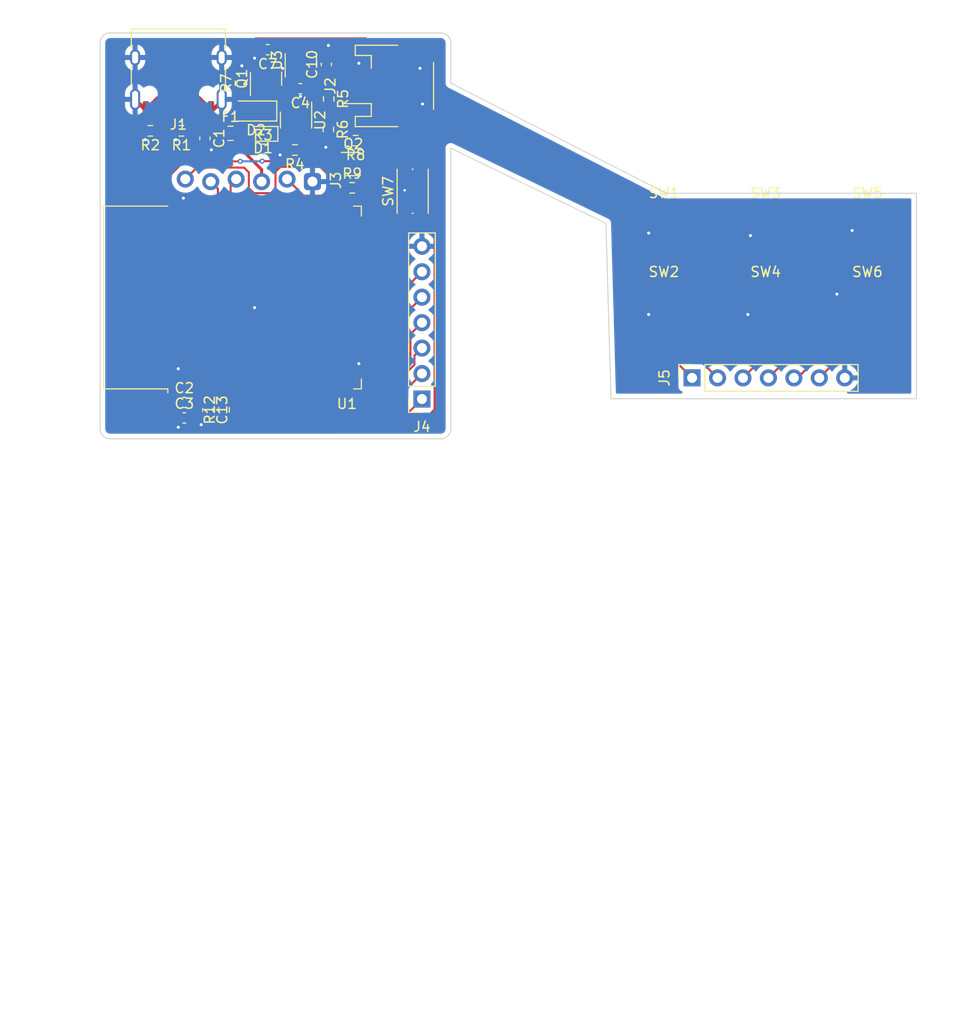
<source format=kicad_pcb>
(kicad_pcb (version 20210824) (generator pcbnew)
  (layers (0 "F.Cu" signal) (31 "B.Cu" signal) (34 "B.Paste" user) (35 "F.Paste" user) (36 "B.SilkS" user "B.Silkscreen") (37 "F.SilkS" user "F.Silkscreen") (38 "B.Mask" user) (39 "F.Mask" user) (44 "Edge.Cuts" user))
  (net 0 "")
  (net 1 "Net-(C1-Pad1)")
  (net 2 "GND")
  (net 3 "+3V3")
  (net 4 "+BATT")
  (net 5 "Net-(C7-Pad1)")
  (net 6 "/nRESET")
  (net 7 "Net-(D1-Pad1)")
  (net 8 "+5V")
  (net 9 "Net-(J1-PadA5)")
  (net 13 "Net-(J1-PadB5)")
  (net 17 "/RTS")
  (net 18 "/DTR")
  (net 19 "/KEY1")
  (net 20 "/KEY2")
  (net 21 "/KEY3")
  (net 22 "/KEY6")
  (net 23 "Net-(R3-Pad2)")
  (net 24 "Net-(R4-Pad1)")
  (net 25 "/VBAT")
  (net 26 "Net-(R12-Pad2)")
  (net 27 "/KEY5")
  (net 28 "/KEY4")
  (net 50 "/TXD0")
  (net 51 "/RXD0")
  (net 54 "/KEY1_1")
  (net 55 "/KEY2_1")
  (net 56 "/KEY3_1")
  (net 57 "/KEY4_1")
  (net 58 "/KEY5_1")
  (net 59 "/KEY6_1")
  (net 60 "Net-(Q2-Pad5)")
  (net 61 "Net-(Q2-Pad2)")
  (net 62 "/GPIO0")
  (footprint "josh-buttons-switches:Switch_SMT_SKPMAPE010" (layer "F.Cu") (at 215.694 85.598)
    (fp_text reference "SW4")
    (fp_text value "SW_Push")
  )
  (footprint "josh-buttons-switches:Switch_SMT_SKPMAPE010" (layer "F.Cu") (at 225.854 85.598)
    (fp_text reference "SW6")
    (fp_text value "SW_Push")
  )
  (footprint "Capacitor_SMD:C_0603_1608Metric" (layer "F.Cu") (at 160.899678 95.920742)
    (fp_text reference "C3")
    (fp_text value "10u")
  )
  (footprint "Resistor_SMD:R_0603_1608Metric" (layer "F.Cu") (at 168.759678 69.120742)
    (fp_text reference "R3")
    (fp_text value "1K")
  )
  (footprint "Capacitor_SMD:C_0603_1608Metric" (layer "F.Cu") (at 169.234678 59.170742 180)
    (fp_text reference "C7")
    (fp_text value "10u")
  )
  (footprint "Resistor_SMD:R_0603_1608Metric" (layer "F.Cu") (at 164.869678 95.110742 90)
    (fp_text reference "R12")
    (fp_text value "10K")
  )
  (footprint "Resistor_SMD:R_0603_1608Metric" (layer "F.Cu") (at 175.285678 67.130742 -90)
    (fp_text reference "R6")
    (fp_text value "100K")
  )
  (footprint "Resistor_SMD:R_0603_1608Metric" (layer "F.Cu") (at 157.509678 67.270742 180)
    (fp_text reference "R2")
    (fp_text value "5K1")
  )
  (footprint "josh-buttons-switches:Switch_SMT_SKPMAPE010" (layer "F.Cu") (at 225.854 77.724)
    (fp_text reference "SW5")
    (fp_text value "SW_Push")
  )
  (footprint "RF_Module:ESP32-WROOM-32" (layer "F.Cu") (at 168.699678 83.900742 90)
    (fp_text reference "U1")
    (fp_text value "ESP32-WROOM-32")
  )
  (footprint "Capacitor_SMD:C_0603_1608Metric" (layer "F.Cu") (at 172.491678 63.066742 180)
    (fp_text reference "C4")
    (fp_text value "10u")
  )
  (footprint "Resistor_SMD:R_0603_1608Metric" (layer "F.Cu") (at 177.659678 72.960742)
    (fp_text reference "R9")
    (fp_text value "10K")
  )
  (footprint "josh-buttons-switches:SW_Push_KMR2" (layer "F.Cu") (at 183.7 73.3 90)
    (fp_text reference "SW7")
    (fp_text value "SW_Push")
  )
  (footprint "josh-buttons-switches:Switch_SMT_SKPMAPE010" (layer "F.Cu") (at 215.694 77.724)
    (fp_text reference "SW3")
    (fp_text value "SW_Push")
  )
  (footprint "josh-connectors:JST_PH_S2B-PH-SM4-TB_1x02-1MP_P2.00mm_Horizontal" (layer "F.Cu") (at 181.279678 62.790742 90)
    (fp_text reference "J2")
    (fp_text value "Conn_01x02_Male")
  )
  (footprint "josh-buttons-switches:Switch_SMT_SKPMAPE010" (layer "F.Cu") (at 205.534 77.724)
    (fp_text reference "SW1")
    (fp_text value "SW_Push")
  )
  (footprint "Package_TO_SOT_SMD:SOT-23" (layer "F.Cu") (at 172.534678 60.220742 90)
    (fp_text reference "U3")
    (fp_text value "XC6206P332MR")
  )
  (footprint "Package_TO_SOT_SMD:SOT-23-5" (layer "F.Cu") (at 172.059678 66.200742 -90)
    (fp_text reference "U2")
    (fp_text value "MCP73831-5-OT")
  )
  (footprint "Resistor_SMD:R_0603_1608Metric" (layer "F.Cu") (at 160.609678 67.270742 180)
    (fp_text reference "R1")
    (fp_text value "5K1")
  )
  (footprint "josh-connectors:USB_C_Receptacle_HRO_TYPE-C-31-M-12" (layer "F.Cu") (at 160.309678 61 180)
    (fp_text reference "J1")
    (fp_text value "USB_C_Receptacle_USB2.0")
  )
  (footprint "Capacitor_SMD:C_0603_1608Metric" (layer "F.Cu") (at 162.959678 68.020742 -90)
    (fp_text reference "C1")
    (fp_text value "10u")
  )
  (footprint "Connector_PinSocket_2.54mm:PinSocket_1x07_P2.54mm_Vertical" (layer "F.Cu") (at 211.602 91.923 90)
    (fp_text reference "J5")
    (fp_text value "Conn_01x07_Male")
  )
  (footprint "Resistor_SMD:R_0603_1608Metric" (layer "F.Cu") (at 171.939678 69.180742 180)
    (fp_text reference "R4")
    (fp_text value "10K")
  )
  (footprint "josh-connectors:6_PIN_THT_Staggered" (layer "F.Cu") (at 173.699678 72.210742 -90)
    (fp_text reference "J3")
    (fp_text value "Conn_01x06_Male")
  )
  (footprint "Capacitor_SMD:C_0603_1608Metric" (layer "F.Cu") (at 175.084678 60.645742 90)
    (fp_text reference "C10")
    (fp_text value "1u")
  )
  (footprint "Capacitor_SMD:C_0603_1608Metric" (layer "F.Cu") (at 163.249678 95.120742 -90)
    (fp_text reference "C13")
    (fp_text value "1u")
  )
  (footprint "Package_TO_SOT_SMD:SOT-363_SC-70-6" (layer "F.Cu") (at 177.769678 70.580742)
    (fp_text reference "Q2")
    (fp_text value "MBT3904DW1")
  )
  (footprint "Diode_SMD:D_SOD-123F" (layer "F.Cu") (at 167.934678 65.295742 180)
    (fp_text reference "D2")
    (fp_text value "D_Schottky")
  )
  (footprint "Resistor_SMD:R_0603_1608Metric" (layer "F.Cu") (at 175.319678 64.082742 -90)
    (fp_text reference "R5")
    (fp_text value "100K")
  )
  (footprint "Package_TO_SOT_SMD:SOT-23" (layer "F.Cu") (at 169.059678 62.070742 90)
    (fp_text reference "Q1")
    (fp_text value "A03401A")
  )
  (footprint "Connector_PinSocket_2.54mm:PinSocket_1x07_P2.54mm_Vertical" (layer "F.Cu") (at 184.629678 94.030742 180)
    (fp_text reference "J4")
    (fp_text value "Conn_01x07_Male")
  )
  (footprint "Fuse:Fuse_0805_2012Metric" (layer "F.Cu") (at 165.509678 67.520742)
    (fp_text reference "F1")
    (fp_text value "500mA")
  )
  (footprint "Resistor_SMD:R_0603_1608Metric" (layer "F.Cu") (at 178.009678 68.250742 180)
    (fp_text reference "R8")
    (fp_text value "10K")
  )
  (footprint "LED_SMD:LED_0603_1608Metric" (layer "F.Cu") (at 168.759678 67.570742 180)
    (fp_text reference "D1")
    (fp_text value "LED")
  )
  (footprint "Capacitor_SMD:C_0603_1608Metric" (layer "F.Cu") (at 160.899678 94.370742)
    (fp_text reference "C2")
    (fp_text value "100n")
  )
  (footprint "josh-buttons-switches:Switch_SMT_SKPMAPE010" (layer "F.Cu") (at 205.534 85.598)
    (fp_text reference "SW2")
    (fp_text value "SW_Push")
  )
  (footprint "Resistor_SMD:R_0603_1608Metric" (layer "F.Cu") (at 166.509678 62.520742 90)
    (fp_text reference "R7")
    (fp_text value "100K")
  )
  (gr_line (start 153.5 98.002187) (end 186.5 97.997813) (layer "Edge.Cuts") (width 0.1))
  (gr_line (start 187.5 69) (end 187.5 97) (layer "Edge.Cuts") (width 0.1))
  (gr_line (start 203 76.5) (end 203.5 94) (layer "Edge.Cuts") (width 0.1))
  (gr_line (start 152.5 97) (end 152.5 58.5) (layer "Edge.Cuts") (width 0.1))
  (gr_line (start 187.5 62.5) (end 187.5 58.5) (layer "Edge.Cuts") (width 0.1))
  (gr_line (start 234 94) (end 203.5 94) (layer "Edge.Cuts") (width 0.1))
  (gr_line (start 153.5 57.5) (end 186.5 57.5) (layer "Edge.Cuts") (width 0.1))
  (gr_arc (start 186.5 58.5) (end 186.5 57.5) (angle 90) (layer "Edge.Cuts") (width 0.1))
  (gr_arc (start 186.5 97) (end 187.5 97) (angle 90) (layer "Edge.Cuts") (width 0.1))
  (gr_arc (start 153.5 97) (end 152.5 97) (angle -90) (layer "Edge.Cuts") (width 0.1))
  (gr_arc (start 153.5 58.5) (end 152.5 58.5) (angle 90) (layer "Edge.Cuts") (width 0.1))
  (gr_line (start 209 73.5) (end 234 73.5) (layer "Edge.Cuts") (width 0.1))
  (gr_line (start 187.5 69) (end 203 76.5) (layer "Edge.Cuts") (width 0.1))
  (gr_line (start 234 73.5) (end 234 94) (layer "Edge.Cuts") (width 0.1))
  (gr_line (start 187.5 62.5) (end 209 73.5) (layer "Edge.Cuts") (width 0.1))
  (segment (start 162.759678 64.32) (end 162.759678 65.045) (width 0.3) (layer "F.Cu") (net 1))
  (segment (start 164.209678 66.470742) (end 162.759678 66.470742) (width 0.3) (layer "F.Cu") (net 1))
  (segment (start 164.572178 66.833242) (end 164.209678 66.470742) (width 0.3) (layer "F.Cu") (net 1))
  (segment (start 157.859678 65.045) (end 157.859678 64.32) (width 0.3) (layer "F.Cu") (net 1))
  (segment (start 162.759678 65.045) (end 162.759678 66.470742) (width 0.3) (layer "F.Cu") (net 1))
  (segment (start 162.759678 66.470742) (end 162.759678 67.045742) (width 0.3) (layer "F.Cu") (net 1))
  (segment (start 164.572178 67.520742) (end 164.572178 66.833242) (width 0.3) (layer "F.Cu") (net 1))
  (segment (start 158.209198 63.97048) (end 162.410158 63.97048) (width 0.3) (layer "F.Cu") (net 1))
  (segment (start 157.859678 64.32) (end 158.209198 63.97048) (width 0.3) (layer "F.Cu") (net 1))
  (segment (start 162.410158 63.97048) (end 162.759678 64.32) (width 0.3) (layer "F.Cu") (net 1))
  (segment (start 162.759678 67.045742) (end 162.959678 67.245742) (width 0.3) (layer "F.Cu") (net 1))
  (segment (start 159.784678 67.270742) (end 159.784678 67.885742) (width 0.3) (layer "F.Cu") (net 2))
  (segment (start 173.266678 63.066742) (end 173.253678 63.066742) (width 0.3) (layer "F.Cu") (net 2))
  (segment (start 227.076 77.724) (end 227.584 77.216) (width 0.3) (layer "F.Cu") (net 2))
  (segment (start 175.285678 67.955742) (end 175.031678 68.209742) (width 0.3) (layer "F.Cu") (net 2))
  (segment (start 225.854 83.772) (end 226.06 83.566) (width 0.3) (layer "F.Cu") (net 2))
  (segment (start 160.444678 75.400742) (end 160.444678 74.351742) (width 0.3) (layer "F.Cu") (net 2))
  (segment (start 160.444678 91.151742) (end 160.299678 91.006742) (width 0.3) (layer "F.Cu") (net 2))
  (segment (start 190.390742 66.140742) (end 194.25 70) (width 0.3) (layer "F.Cu") (net 2))
  (segment (start 155.989678 64.13) (end 155.989678 59.95) (width 0.3) (layer "F.Cu") (net 2))
  (segment (start 184.179678 65.094742) (end 184.683678 64.590742) (width 0.3) (layer "F.Cu") (net 2))
  (segment (start 156.684678 67.270742) (end 156.684678 67.833742) (width 0.3) (layer "F.Cu") (net 2))
  (segment (start 171.584678 61.158242) (end 170.837178 61.158242) (width 0.3) (layer "F.Cu") (net 2))
  (segment (start 175.084678 58.949742) (end 175.285678 58.748742) (width 0.3) (layer "F.Cu") (net 2))
  (segment (start 163.249678 95.895742) (end 163.249678 95.930742) (width 0.3) (layer "F.Cu") (net 2))
  (segment (start 167.919678 59.710742) (end 167.919678 60.018742) (width 0.3) (layer "F.Cu") (net 2))
  (segment (start 155.989678 64.13) (end 156.144678 64.285) (width 0.3) (layer "F.Cu") (net 2))
  (segment (start 163.249678 95.930742) (end 162.585678 96.594742) (width 0.3) (layer "F.Cu") (net 2))
  (segment (start 184.179678 66.140742) (end 190.390742 66.140742) (width 0.3) (layer "F.Cu") (net 2))
  (segment (start 178.429678 61.790742) (end 178.429678 60.622742) (width 0.3) (layer "F.Cu") (net 2))
  (segment (start 164.629678 64.300742) (end 164.629678 64.13) (width 0.4) (layer "F.Cu") (net 2))
  (segment (start 184.179678 66.140742) (end 184.179678 65.094742) (width 0.3) (layer "F.Cu") (net 2))
  (segment (start 156.144678 64.300742) (end 156.888936 65.045) (width 0.4) (layer "F.Cu") (net 2))
  (segment (start 215.694 85.598) (end 217.17 85.598) (width 0.3) (layer "F.Cu") (net 2))
  (segment (start 171.114678 69.180742) (end 170.949678 69.180742) (width 0.3) (layer "F.Cu") (net 2))
  (segment (start 182.9 73.2) (end 182.9 75.35) (width 0.3) (layer "F.Cu") (net 2))
  (segment (start 178.429678 60.622742) (end 178.333678 60.526742) (width 0.3) (layer "F.Cu") (net 2))
  (segment (start 225.854 85.598) (end 225.854 83.772) (width 0.3) (layer "F.Cu") (net 2))
  (segment (start 167.944678 84.900742) (end 167.934678 84.910742) (width 0.3) (layer "F.Cu") (net 2))
  (segment (start 184.179678 59.440742) (end 184.179678 60.784742) (width 0.3) (layer "F.Cu") (net 2))
  (segment (start 172.059678 65.063242) (end 172.059678 64.260742) (width 0.3) (layer "F.Cu") (net 2))
  (segment (start 177.954678 90.119742) (end 178.333678 90.498742) (width 0.3) (layer "F.Cu") (net 2))
  (segment (start 156.684678 67.833742) (end 156.997678 68.146742) (width 0.3) (layer "F.Cu") (net 2))
  (segment (start 168.459678 59.170742) (end 167.919678 59.710742) (width 0.3) (layer "F.Cu") (net 2))
  (segment (start 160.444678 94.050742) (end 160.124678 94.370742) (width 0.3) (layer "F.Cu") (net 2))
  (segment (start 170.949678 69.180742) (end 170.459678 69.670742) (width 0.3) (layer "F.Cu") (net 2))
  (segment (start 160.444678 74.351742) (end 160.807678 73.988742) (width 0.3) (layer "F.Cu") (net 2))
  (segment (start 163.559678 65.045) (end 163.714678 65.2) (width 0.3) (layer "F.Cu") (net 2))
  (segment (start 160.124678 95.920742) (end 160.124678 96.673742) (width 0.3) (layer "F.Cu") (net 2))
  (segment (start 215.694 77.724) (end 217.424 77.724) (width 0.3) (layer "F.Cu") (net 2))
  (segment (start 170.837178 61.158242) (end 170.713678 61.034742) (width 0.3) (layer "F.Cu") (net 2))
  (segment (start 159.784678 67.885742) (end 160.045678 68.146742) (width 0.3) (layer "F.Cu") (net 2))
  (segment (start 162.959678 68.795742) (end 163.234678 68.795742) (width 0.3) (layer "F.Cu") (net 2))
  (segment (start 156.144678 64.285) (end 156.144678 64.300742) (width 0.3) (layer "F.Cu") (net 2))
  (segment (start 177.954678 89.615742) (end 177.954678 90.119742) (width 0.3) (layer "F.Cu") (net 2))
  (segment (start 205.534 77.724) (end 207.01 77.724) (width 0.3) (layer "F.Cu") (net 2))
  (segment (start 157.059678 65.045) (end 157.059678 66.895742) (width 0.3) (layer "F.Cu") (net 2))
  (segment (start 175.084678 59.870742) (end 175.084678 58.949742) (width 0.3) (layer "F.Cu") (net 2))
  (segment (start 182.9 71.25) (end 182.9 73.2) (width 0.3) (layer "F.Cu") (net 2))
  (segment (start 156.888936 65.045) (end 157.059678 65.045) (width 0.4) (layer "F.Cu") (net 2))
  (segment (start 160.124678 94.370742) (end 160.124678 95.920742) (width 0.3) (layer "F.Cu") (net 2))
  (segment (start 163.714678 65.2) (end 163.714678 65.215742) (width 0.3) (layer "F.Cu") (net 2))
  (segment (start 197.81 70) (end 205.534 77.724) (width 0.3) (layer "F.Cu") (net 2))
  (segment (start 157.059678 66.895742) (end 156.684678 67.270742) (width 0.3) (layer "F.Cu") (net 2))
  (segment (start 166.509678 61.695742) (end 166.509678 60.920742) (width 0.3) (layer "F.Cu") (net 2))
  (segment (start 207.01 77.724) (end 207.264 77.47) (width 0.3) (layer "F.Cu") (net 2))
  (segment (start 225.854 77.724) (end 227.076 77.724) (width 0.3) (layer "F.Cu") (net 2))
  (segment (start 184.179678 60.784742) (end 184.429678 61.034742) (width 0.3) (layer "F.Cu") (net 2))
  (segment (start 160.124678 96.673742) (end 160.299678 96.848742) (width 0.3) (layer "F.Cu") (net 2))
  (segment (start 164.629678 64.13) (end 164.629678 59.95) (width 0.4) (layer "F.Cu") (net 2))
  (segment (start 166.509678 60.920742) (end 166.649678 60.780742) (width 0.3) (layer "F.Cu") (net 2))
  (segment (start 163.234678 68.795742) (end 163.601678 69.162742) (width 0.3) (layer "F.Cu") (net 2))
  (segment (start 205.534 85.598) (end 207.264 85.598) (width 0.3) (layer "F.Cu") (net 2))
  (segment (start 194.25 70) (end 197.81 70) (width 0.3) (layer "F.Cu") (net 2))
  (segment (start 172.059678 64.260742) (end 172.491678 63.828742) (width 0.3) (layer "F.Cu") (net 2))
  (segment (start 160.444678 92.400742) (end 160.444678 94.050742) (width 0.3) (layer "F.Cu") (net 2))
  (segment (start 175.031678 68.209742) (end 175.031678 68.908742) (width 0.3) (layer "F.Cu") (net 2))
  (segment (start 160.444678 92.400742) (end 160.444678 91.151742) (width 0.3) (layer "F.Cu") (net 2))
  (segment (start 173.253678 63.066742) (end 172.491678 63.828742) (width 0.3) (layer "F.Cu") (net 2))
  (segment (start 163.714678 65.215742) (end 164.629678 64.300742) (width 0.4) (layer "F.Cu") (net 2))
  (segment (start 167.934678 84.910742) (end 167.919678 84.910742) (width 0.3) (layer "F.Cu") (net 2))
  (via (at 226.06 83.566) (size 0.6) (drill 0.3) (layers "F.Cu" "B.Cu") (net 2))
  (via (at 182.9 73.2) (size 0.5) (drill 0.25) (layers "F.Cu" "B.Cu") (net 2))
  (via (at 217.424 77.724) (size 0.6) (drill 0.3) (layers "F.Cu" "B.Cu") (net 2))
  (via (at 163.601678 69.162742) (size 0.6) (drill 0.3) (layers "F.Cu" "B.Cu") (net 2))
  (via (at 184.683678 64.590742) (size 0.6) (drill 0.3) (layers "F.Cu" "B.Cu") (net 2))
  (via (at 170.713678 61.034742) (size 0.6) (drill 0.3) (layers "F.Cu" "B.Cu") (net 2))
  (via (at 160.299678 91.006742) (size 0.6) (drill 0.3) (layers "F.Cu" "B.Cu") (net 2))
  (via (at 156.997678 68.146742) (size 0.6) (drill 0.3) (layers "F.Cu" "B.Cu") (net 2))
  (via (at 167.919678 84.910742) (size 0.6) (drill 0.3) (layers "F.Cu" "B.Cu") (net 2))
  (via (at 160.807678 73.988742) (size 0.6) (drill 0.3) (layers "F.Cu" "B.Cu") (net 2))
  (via (at 166.649678 60.780742) (size 0.6) (drill 0.3) (layers "F.Cu" "B.Cu") (net 2))
  (via (at 217.17 85.598) (size 0.6) (drill 0.3) (layers "F.Cu" "B.Cu") (net 2))
  (via (at 175.285678 58.748742) (size 0.6) (drill 0.3) (layers "F.Cu" "B.Cu") (net 2))
  (via (at 207.264 85.598) (size 0.6) (drill 0.3) (layers "F.Cu" "B.Cu") (net 2))
  (via (at 207.264 77.47) (size 0.6) (drill 0.3) (layers "F.Cu" "B.Cu") (net 2))
  (via (at 178.333678 90.498742) (size 0.6) (drill 0.3) (layers "F.Cu" "B.Cu") (net 2))
  (via (at 227.584 77.216) (size 0.6) (drill 0.3) (layers "F.Cu" "B.Cu") (net 2))
  (via (at 160.299678 96.848742) (size 0.6) (drill 0.3) (layers "F.Cu" "B.Cu") (net 2))
  (via (at 175.031678 68.908742) (size 0.6) (drill 0.3) (layers "F.Cu" "B.Cu") (net 2))
  (via (at 184.429678 61.034742) (size 0.6) (drill 0.3) (layers "F.Cu" "B.Cu") (net 2))
  (via (at 178.333678 60.526742) (size 0.6) (drill 0.3) (layers "F.Cu" "B.Cu") (net 2))
  (via (at 160.045678 68.146742) (size 0.6) (drill 0.3) (layers "F.Cu" "B.Cu") (net 2))
  (via (at 172.491678 63.828742) (size 0.6) (drill 0.3) (layers "F.Cu" "B.Cu") (net 2))
  (via (at 170.459678 69.670742) (size 0.6) (drill 0.3) (layers "F.Cu" "B.Cu") (net 2))
  (via (at 162.585678 96.594742) (size 0.6) (drill 0.3) (layers "F.Cu" "B.Cu") (net 2))
  (via (at 167.919678 60.018742) (size 0.6) (drill 0.3) (layers "F.Cu" "B.Cu") (net 2))
  (segment (start 164.869678 97.090742) (end 164.729678 97.230742) (width 0.3) (layer "F.Cu") (net 3))
  (segment (start 162.316645 97.244243) (end 164.716177 97.244243) (width 0.3) (layer "F.Cu") (net 3))
  (segment (start 174.822178 61.158242) (end 175.084678 61.420742) (width 0.3) (layer "F.Cu") (net 3))
  (segment (start 161.674678 95.920742) (end 161.674678 96.602276) (width 0.3) (layer "F.Cu") (net 3))
  (segment (start 164.716177 97.244243) (end 164.729678 97.230742) (width 0.3) (layer "F.Cu") (net 3))
  (segment (start 161.674678 92.440742) (end 161.714678 92.400742) (width 0.3) (layer "F.Cu") (net 3))
  (segment (start 161.674678 94.370742) (end 161.674678 92.440742) (width 0.3) (layer "F.Cu") (net 3))
  (segment (start 173.484678 61.158242) (end 174.822178 61.158242) (width 0.3) (layer "F.Cu") (net 3))
  (segment (start 186.003832 69.996168) (end 186.8 70.792336) (width 0.3) (layer "F.Cu") (net 3))
  (segment (start 175.084678 61.420742) (end 174.189678 62.315742) (width 0.3) (layer "F.Cu") (net 3))
  (segment (start 186.8 95.57042) (end 185.139678 97.230742) (width 0.3) (layer "F.Cu") (net 3))
  (segment (start 182.996168 69.996168) (end 186.003832 69.996168) (width 0.3) (layer "F.Cu") (net 3))
  (segment (start 161.674678 96.602276) (end 162.316645 97.244243) (width 0.3) (layer "F.Cu") (net 3))
  (segment (start 179.622512 66.622512) (end 182.996168 69.996168) (width 0.3) (layer "F.Cu") (net 3))
  (segment (start 186.8 70.792336) (end 186.8 95.57042) (width 0.3) (layer "F.Cu") (net 3))
  (segment (start 164.869678 95.935742) (end 164.869678 97.090742) (width 0.3) (layer "F.Cu") (net 3))
  (segment (start 174.189678 63.494742) (end 174.771158 64.076222) (width 0.3) (layer "F.Cu") (net 3))
  (segment (start 174.189678 62.315742) (end 174.189678 63.494742) (width 0.3) (layer "F.Cu") (net 3))
  (segment (start 161.674678 95.920742) (end 161.674678 94.370742) (width 0.3) (layer "F.Cu") (net 3))
  (segment (start 185.139678 97.230742) (end 164.729678 97.230742) (width 0.3) (layer "F.Cu") (net 3))
  (segment (start 174.771158 64.076222) (end 175.827838 64.076222) (width 0.3) (layer "F.Cu") (net 3))
  (segment (start 175.827838 64.076222) (end 178.374128 66.622512) (width 0.3) (layer "F.Cu") (net 3))
  (segment (start 178.374128 66.622512) (end 179.622512 66.622512) (width 0.3) (layer "F.Cu") (net 3))
  (segment (start 168.434189 64.131815) (end 169.059678 63.506326) (width 0.3) (layer "F.Cu") (net 4))
  (segment (start 171.109678 65.645741) (end 170.560166 66.195253) (width 0.3) (layer "F.Cu") (net 4))
  (segment (start 175.015872 58.1) (end 168.06042 58.1) (width 0.3) (layer "F.Cu") (net 4))
  (segment (start 171.109678 64.345742) (end 171.716678 63.738742) (width 0.3) (layer "F.Cu") (net 4))
  (segment (start 167.270177 60.385241) (end 168.018178 61.133242) (width 0.3) (layer "F.Cu") (net 4))
  (segment (start 171.109678 65.063242) (end 171.109678 65.645741) (width 0.3) (layer "F.Cu") (net 4))
  (segment (start 175.319678 63.257742) (end 175.984678 63.257742) (width 0.3) (layer "F.Cu") (net 4))
  (segment (start 171.716678 63.738742) (end 171.716678 63.066742) (width 0.3) (layer "F.Cu") (net 4))
  (segment (start 180.179678 63.790742) (end 181.059678 62.910742) (width 0.3) (layer "F.Cu") (net 4))
  (segment (start 176.517678 63.790742) (end 178.429678 63.790742) (width 0.3) (layer "F.Cu") (net 4))
  (segment (start 178.429678 63.790742) (end 180.179678 63.790742) (width 0.3) (layer "F.Cu") (net 4))
  (segment (start 175.016641 58.099231) (end 175.015872 58.1) (width 0.3) (layer "F.Cu") (net 4))
  (segment (start 171.109678 65.063242) (end 171.109678 64.345742) (width 0.3) (layer "F.Cu") (net 4))
  (segment (start 178.988167 58.099231) (end 175.016641 58.099231) (width 0.3) (layer "F.Cu") (net 4))
  (segment (start 168.434189 66.195253) (end 168.434189 64.131815) (width 0.3) (layer "F.Cu") (net 4))
  (segment (start 168.018178 61.133242) (end 169.059678 61.133242) (width 0.3) (layer "F.Cu") (net 4))
  (segment (start 175.984678 63.257742) (end 176.517678 63.790742) (width 0.3) (layer "F.Cu") (net 4))
  (segment (start 181.059678 62.910742) (end 181.059678 60.170742) (width 0.3) (layer "F.Cu") (net 4))
  (segment (start 170.560166 66.195253) (end 168.434189 66.195253) (width 0.3) (layer "F.Cu") (net 4))
  (segment (start 168.06042 58.1) (end 167.270177 58.890243) (width 0.3) (layer "F.Cu") (net 4))
  (segment (start 167.270177 58.890243) (end 167.270177 60.385241) (width 0.3) (layer "F.Cu") (net 4))
  (segment (start 169.059678 63.506326) (end 169.059678 61.133242) (width 0.3) (layer "F.Cu") (net 4))
  (segment (start 181.059678 60.170742) (end 178.988167 58.099231) (width 0.3) (layer "F.Cu") (net 4))
  (segment (start 172.422178 59.170742) (end 172.534678 59.283242) (width 0.3) (layer "F.Cu") (net 5))
  (segment (start 170.009678 63.262742) (end 170.009678 63.008242) (width 0.3) (layer "F.Cu") (net 5))
  (segment (start 170.009678 63.008242) (end 170.009678 59.170742) (width 0.3) (layer "F.Cu") (net 5))
  (segment (start 170.009678 59.170742) (end 172.422178 59.170742) (width 0.3) (layer "F.Cu") (net 5))
  (segment (start 169.334678 63.937742) (end 170.009678 63.262742) (width 0.3) (layer "F.Cu") (net 5))
  (segment (start 169.334678 65.295742) (end 169.334678 63.937742) (width 0.3) (layer "F.Cu") (net 5))
  (segment (start 176.819678 71.230742) (end 175.404672 71.230742) (width 0.2) (layer "F.Cu") (net 6))
  (segment (start 163.249678 94.345742) (end 163.249678 92.665742) (width 0.2) (layer "F.Cu") (net 6))
  (segment (start 175.404672 71.230742) (end 174.464672 70.290742) (width 0.2) (layer "F.Cu") (net 6))
  (segment (start 162.984678 92.400742) (end 162.984678 91.045742) (width 0.2) (layer "F.Cu") (net 6))
  (segment (start 163.249678 92.665742) (end 162.984678 92.400742) (width 0.2) (layer "F.Cu") (net 6))
  (segment (start 159.509679 71.678086) (end 160.867023 70.320742) (width 0.2) (layer "F.Cu") (net 6))
  (segment (start 159.509678 87.570742) (end 159.509679 71.678086) (width 0.2) (layer "F.Cu") (net 6))
  (segment (start 166.479678 70.320742) (end 166.489678 70.310742) (width 0.2) (layer "F.Cu") (net 6))
  (segment (start 160.867023 70.320742) (end 166.479678 70.320742) (width 0.2) (layer "F.Cu") (net 6))
  (segment (start 162.984678 91.045742) (end 159.509678 87.570742) (width 0.2) (layer "F.Cu") (net 6))
  (segment (start 174.464672 70.290742) (end 168.679678 70.290742) (width 0.2) (layer "F.Cu") (net 6))
  (via (at 166.489678 70.310742) (size 0.5) (drill 0.25) (layers "F.Cu" "B.Cu") (net 6))
  (via (at 168.679678 70.290742) (size 0.5) (drill 0.25) (layers "F.Cu" "B.Cu") (net 6))
  (segment (start 168.659678 70.310742) (end 168.679678 70.290742) (width 0.2) (layer "B.Cu") (net 6))
  (segment (start 166.489678 70.310742) (end 168.659678 70.310742) (width 0.2) (layer "B.Cu") (net 6))
  (segment (start 168.739678 68.950742) (end 168.739678 68.378242) (width 0.3) (layer "F.Cu") (net 7))
  (segment (start 168.739678 68.378242) (end 169.547178 67.570742) (width 0.3) (layer "F.Cu") (net 7))
  (segment (start 168.569678 69.120742) (end 168.739678 68.950742) (width 0.3) (layer "F.Cu") (net 7))
  (segment (start 167.934678 69.120742) (end 168.569678 69.120742) (width 0.3) (layer "F.Cu") (net 7))
  (segment (start 166.447178 65.383242) (end 166.534678 65.295742) (width 0.3) (layer "F.Cu") (net 8))
  (segment (start 166.447178 67.520742) (end 166.447178 68.963161) (width 0.3) (layer "F.Cu") (net 8))
  (segment (start 166.447178 67.520742) (end 166.447178 65.383242) (width 0.3) (layer "F.Cu") (net 8))
  (segment (start 166.447178 68.963161) (end 168.619678 71.135661) (width 0.3) (layer "F.Cu") (net 8))
  (segment (start 168.619678 71.135661) (end 168.619678 72.337742) (width 0.3) (layer "F.Cu") (net 8))
  (segment (start 166.534678 65.295742) (end 166.534678 63.370742) (width 0.3) (layer "F.Cu") (net 8))
  (segment (start 166.534678 63.370742) (end 166.509678 63.345742) (width 0.3) (layer "F.Cu") (net 8))
  (segment (start 166.447178 67.520742) (end 167.922178 67.520742) (width 0.3) (layer "F.Cu") (net 8))
  (segment (start 166.509678 63.345742) (end 167.772178 63.345742) (width 0.3) (layer "F.Cu") (net 8))
  (segment (start 167.922178 67.520742) (end 167.972178 67.570742) (width 0.3) (layer "F.Cu") (net 8))
  (segment (start 168.848156 66.694764) (end 170.4662 66.694764) (width 0.3) (layer "F.Cu") (net 8))
  (segment (start 167.772178 63.345742) (end 168.109678 63.008242) (width 0.3) (layer "F.Cu") (net 8))
  (segment (start 167.972178 67.570742) (end 168.848156 66.694764) (width 0.3) (layer "F.Cu") (net 8))
  (segment (start 170.4662 66.694764) (end 171.109678 67.338242) (width 0.3) (layer "F.Cu") (net 8))
  (segment (start 161.559678 67.145742) (end 161.434678 67.270742) (width 0.3) (layer "F.Cu") (net 9))
  (segment (start 161.559678 65.045) (end 161.559678 67.145742) (width 0.3) (layer "F.Cu") (net 9))
  (segment (start 158.559678 65.045) (end 158.559678 67.045742) (width 0.3) (layer "F.Cu") (net 13))
  (segment (start 158.559678 67.045742) (end 158.334678 67.270742) (width 0.3) (layer "F.Cu") (net 13))
  (segment (start 178.089678 71.125742) (end 178.089678 68.995742) (width 0.2) (layer "F.Cu") (net 17))
  (segment (start 177.534198 72.416222) (end 177.534198 73.44819) (width 0.2) (layer "F.Cu") (net 17))
  (segment (start 178.719678 71.230742) (end 177.534198 72.416222) (width 0.2) (layer "F.Cu") (net 17))
  (segment (start 177.534198 73.44819) (end 177.241646 73.740742) (width 0.2) (layer "F.Cu") (net 17))
  (segment (start 178.194678 71.230742) (end 178.089678 71.125742) (width 0.2) (layer "F.Cu") (net 17))
  (segment (start 178.089678 68.995742) (end 178.834678 68.250742) (width 0.2) (layer "F.Cu") (net 17))
  (segment (start 178.719678 71.230742) (end 178.194678 71.230742) (width 0.2) (layer "F.Cu") (net 17))
  (segment (start 172.816678 73.740742) (end 171.159678 72.083742) (width 0.2) (layer "F.Cu") (net 17))
  (segment (start 177.241646 73.740742) (end 172.816678 73.740742) (width 0.2) (layer "F.Cu") (net 17))
  (segment (start 160.999678 72.083742) (end 162.150567 70.932853) (width 0.2) (layer "F.Cu") (net 18))
  (segment (start 167.339678 72.980742) (end 167.846189 73.487253) (width 0.2) (layer "F.Cu") (net 18))
  (segment (start 175.539678 72.960742) (end 176.834678 72.960742) (width 0.2) (layer "F.Cu") (net 18))
  (segment (start 170.506136 70.854284) (end 174.46322 70.854284) (width 0.2) (layer "F.Cu") (net 18))
  (segment (start 170.006136 73.062939) (end 170.006136 71.354284) (width 0.2) (layer "F.Cu") (net 18))
  (segment (start 175.199678 72.620742) (end 175.539678 72.960742) (width 0.2) (layer "F.Cu") (net 18))
  (segment (start 177.444189 70.030253) (end 177.444189 71.876231) (width 0.2) (layer "F.Cu") (net 18))
  (segment (start 174.46322 70.854284) (end 175.199678 71.590742) (width 0.2) (layer "F.Cu") (net 18))
  (segment (start 176.819678 69.930742) (end 177.344678 69.930742) (width 0.2) (layer "F.Cu") (net 18))
  (segment (start 166.242066 70.940243) (end 166.871564 70.940243) (width 0.2) (layer "F.Cu") (net 18))
  (segment (start 170.006136 71.354284) (end 170.506136 70.854284) (width 0.2) (layer "F.Cu") (net 18))
  (segment (start 176.834678 72.485742) (end 176.834678 72.960742) (width 0.2) (layer "F.Cu") (net 18))
  (segment (start 162.150567 70.932853) (end 166.234676 70.932853) (width 0.2) (layer "F.Cu") (net 18))
  (segment (start 167.339678 71.408357) (end 167.339678 72.980742) (width 0.2) (layer "F.Cu") (net 18))
  (segment (start 166.234676 70.932853) (end 166.242066 70.940243) (width 0.2) (layer "F.Cu") (net 18))
  (segment (start 175.199678 71.590742) (end 175.199678 72.620742) (width 0.2) (layer "F.Cu") (net 18))
  (segment (start 166.871564 70.940243) (end 167.339678 71.408357) (width 0.2) (layer "F.Cu") (net 18))
  (segment (start 177.444189 71.876231) (end 176.834678 72.485742) (width 0.2) (layer "F.Cu") (net 18))
  (segment (start 169.581822 73.487253) (end 170.006136 73.062939) (width 0.2) (layer "F.Cu") (net 18))
  (segment (start 177.344678 69.930742) (end 177.444189 70.030253) (width 0.2) (layer "F.Cu") (net 18))
  (segment (start 167.846189 73.487253) (end 169.581822 73.487253) (width 0.2) (layer "F.Cu") (net 18))
  (segment (start 211.534 77.724) (end 210.234489 79.023511) (width 0.2) (layer "F.Cu") (net 19))
  (segment (start 210.234489 90.555489) (end 211.602 91.923) (width 0.2) (layer "F.Cu") (net 19))
  (segment (start 210.234489 79.023511) (end 210.234489 90.555489) (width 0.2) (layer "F.Cu") (net 19))
  (segment (start 211.534 89.315) (end 214.142 91.923) (width 0.2) (layer "F.Cu") (net 20))
  (segment (start 211.534 85.598) (end 211.534 89.315) (width 0.2) (layer "F.Cu") (net 20))
  (segment (start 220.394489 88.210511) (end 216.682 91.923) (width 0.2) (layer "F.Cu") (net 21))
  (segment (start 221.694 77.724) (end 220.394489 79.023511) (width 0.2) (layer "F.Cu") (net 21))
  (segment (start 220.394489 79.023511) (end 220.394489 88.210511) (width 0.2) (layer "F.Cu") (net 21))
  (segment (start 230.627 85.598) (end 231.854 85.598) (width 0.2) (layer "F.Cu") (net 22))
  (segment (start 224.302 91.923) (end 230.627 85.598) (width 0.2) (layer "F.Cu") (net 22))
  (segment (start 173.009678 65.795742) (end 173.009678 65.063242) (width 0.2) (layer "F.Cu") (net 23))
  (segment (start 170.059678 68.380742) (end 171.36955 68.380742) (width 0.2) (layer "F.Cu") (net 23))
  (segment (start 171.799678 67.005742) (end 173.009678 65.795742) (width 0.2) (layer "F.Cu") (net 23))
  (segment (start 171.36955 68.380742) (end 171.799678 67.950614) (width 0.2) (layer "F.Cu") (net 23))
  (segment (start 171.799678 67.950614) (end 171.799678 67.005742) (width 0.2) (layer "F.Cu") (net 23))
  (segment (start 169.584678 68.855742) (end 170.059678 68.380742) (width 0.2) (layer "F.Cu") (net 23))
  (segment (start 169.584678 69.120742) (end 169.584678 68.855742) (width 0.2) (layer "F.Cu") (net 23))
  (segment (start 173.009678 68.935742) (end 173.009678 67.338242) (width 0.2) (layer "F.Cu") (net 24))
  (segment (start 172.764678 69.180742) (end 173.009678 68.935742) (width 0.2) (layer "F.Cu") (net 24))
  (segment (start 168.064678 93.600742) (end 168.064678 92.400742) (width 0.2) (layer "F.Cu") (net 25))
  (segment (start 175.285678 66.305742) (end 176.651678 66.305742) (width 0.2) (layer "F.Cu") (net 25))
  (segment (start 176.651678 66.305742) (end 177.417969 67.072033) (width 0.2) (layer "F.Cu") (net 25))
  (segment (start 184.658211 96.301231) (end 170.765167 96.301231) (width 0.2) (layer "F.Cu") (net 25))
  (segment (start 185.889678 95.069764) (end 184.658211 96.301231) (width 0.2) (layer "F.Cu") (net 25))
  (segment (start 185.4 77.4) (end 185.889678 77.889678) (width 0.2) (layer "F.Cu") (net 25))
  (segment (start 175.319678 66.271742) (end 175.285678 66.305742) (width 0.2) (layer "F.Cu") (net 25))
  (segment (start 177.417969 67.072033) (end 179.270697 67.072033) (width 0.2) (layer "F.Cu") (net 25))
  (segment (start 175.319678 64.907742) (end 175.319678 66.271742) (width 0.2) (layer "F.Cu") (net 25))
  (segment (start 180.439678 76.339678) (end 181.5 77.4) (width 0.2) (layer "F.Cu") (net 25))
  (segment (start 180.439678 68.241014) (end 180.439678 76.339678) (width 0.2) (layer "F.Cu") (net 25))
  (segment (start 170.765167 96.301231) (end 168.064678 93.600742) (width 0.2) (layer "F.Cu") (net 25))
  (segment (start 185.889678 77.889678) (end 185.889678 95.069764) (width 0.2) (layer "F.Cu") (net 25))
  (segment (start 179.270697 67.072033) (end 180.439678 68.241014) (width 0.2) (layer "F.Cu") (net 25))
  (segment (start 181.5 77.4) (end 185.4 77.4) (width 0.2) (layer "F.Cu") (net 25))
  (segment (start 184.5 75.35) (end 185.45 75.35) (width 0.2) (layer "F.Cu") (net 26))
  (segment (start 184.5 75.35) (end 184.5 71.25) (width 0.2) (layer "F.Cu") (net 26))
  (segment (start 165.344678 94.285742) (end 164.869678 94.285742) (width 0.2) (layer "F.Cu") (net 26))
  (segment (start 186.289189 76.189189) (end 186.289189 95.416225) (width 0.2) (layer "F.Cu") (net 26))
  (segment (start 167.759678 96.700742) (end 165.344678 94.285742) (width 0.2) (layer "F.Cu") (net 26))
  (segment (start 186.289189 95.416225) (end 185.004672 96.700742) (width 0.2) (layer "F.Cu") (net 26))
  (segment (start 185.004672 96.700742) (end 167.759678 96.700742) (width 0.2) (layer "F.Cu") (net 26))
  (segment (start 185.45 75.35) (end 186.289189 76.189189) (width 0.2) (layer "F.Cu") (net 26))
  (segment (start 221.762 91.923) (end 222.128022 91.923) (width 0.2) (layer "F.Cu") (net 27))
  (segment (start 231.854 82.197022) (end 231.854 77.724) (width 0.2) (layer "F.Cu") (net 27))
  (segment (start 222.128022 91.923) (end 231.854 82.197022) (width 0.2) (layer "F.Cu") (net 27))
  (segment (start 221.694 89.451) (end 219.222 91.923) (width 0.2) (layer "F.Cu") (net 28))
  (segment (start 221.694 85.598) (end 221.694 89.451) (width 0.2) (layer "F.Cu") (net 28))
  (segment (start 166.079678 72.083742) (end 165.524678 72.638742) (width 0.2) (layer "F.Cu") (net 50))
  (segment (start 165.524678 72.638742) (end 165.524678 75.400742) (width 0.2) (layer "F.Cu") (net 50))
  (segment (start 164.254678 73.052742) (end 164.254678 75.400742) (width 0.2) (layer "F.Cu") (net 51))
  (segment (start 163.539678 72.337742) (end 164.254678 73.052742) (width 0.2) (layer "F.Cu") (net 51))
  (segment (start 170.604678 93.600742) (end 170.604678 92.400742) (width 0.2) (layer "F.Cu") (net 54))
  (segment (start 182.7587 95.90172) (end 172.905656 95.90172) (width 0.2) (layer "F.Cu") (net 54))
  (segment (start 172.905656 95.90172) (end 170.604678 93.600742) (width 0.2) (layer "F.Cu") (net 54))
  (segment (start 184.629678 94.030742) (end 182.7587 95.90172) (width 0.2) (layer "F.Cu") (net 54))
  (segment (start 171.874678 93.600742) (end 173.776145 95.502209) (width 0.2) (layer "F.Cu") (net 55))
  (segment (start 180.618211 95.502209) (end 184.629678 91.490742) (width 0.2) (layer "F.Cu") (net 55))
  (segment (start 171.874678 92.400742) (end 171.874678 93.600742) (width 0.2) (layer "F.Cu") (net 55))
  (segment (start 173.776145 95.502209) (end 180.618211 95.502209) (width 0.2) (layer "F.Cu") (net 55))
  (segment (start 173.144678 92.400742) (end 173.144678 93.600742) (width 0.2) (layer "F.Cu") (net 56))
  (segment (start 179.382703 95.102698) (end 183.879678 90.605722) (width 0.2) (layer "F.Cu") (net 56))
  (segment (start 183.879677 89.700743) (end 184.629678 88.950742) (width 0.2) (layer "F.Cu") (net 56))
  (segment (start 174.646634 95.102698) (end 179.382703 95.102698) (width 0.2) (layer "F.Cu") (net 56))
  (segment (start 173.144678 93.600742) (end 174.646634 95.102698) (width 0.2) (layer "F.Cu") (net 56))
  (segment (start 183.879678 90.605722) (end 183.879677 89.700743) (width 0.2) (layer "F.Cu") (net 56))
  (segment (start 174.414678 93.905742) (end 175.212123 94.703187) (width 0.2) (layer "F.Cu") (net 57))
  (segment (start 183.480167 87.560253) (end 184.629678 86.410742) (width 0.2) (layer "F.Cu") (net 57))
  (segment (start 183.480167 90.37024) (end 183.480167 87.560253) (width 0.2) (layer "F.Cu") (net 57))
  (segment (start 179.14722 94.703187) (end 183.480167 90.37024) (width 0.2) (layer "F.Cu") (net 57))
  (segment (start 175.212123 94.703187) (end 179.14722 94.703187) (width 0.2) (layer "F.Cu") (net 57))
  (segment (start 174.414678 92.400742) (end 174.414678 93.905742) (width 0.2) (layer "F.Cu") (net 57))
  (segment (start 175.684678 93.600742) (end 176.334189 94.250253) (width 0.2) (layer "F.Cu") (net 58))
  (segment (start 176.334189 94.250253) (end 179.03516 94.250253) (width 0.2) (layer "F.Cu") (net 58))
  (segment (start 183.080657 85.419763) (end 184.629678 83.870742) (width 0.2) (layer "F.Cu") (net 58))
  (segment (start 179.03516 94.250253) (end 183.080657 90.204756) (width 0.2) (layer "F.Cu") (net 58))
  (segment (start 183.080657 90.204756) (end 183.080657 85.419763) (width 0.2) (layer "F.Cu") (net 58))
  (segment (start 175.684678 92.400742) (end 175.684678 93.600742) (width 0.2) (layer "F.Cu") (net 58))
  (segment (start 177.329678 93.850742) (end 178.739678 93.850742) (width 0.2) (layer "F.Cu") (net 59))
  (segment (start 178.739678 93.850742) (end 182.681136 89.909284) (width 0.2) (layer "F.Cu") (net 59))
  (segment (start 176.954678 92.400742) (end 176.954678 93.475742) (width 0.2) (layer "F.Cu") (net 59))
  (segment (start 182.681136 89.909284) (end 182.681136 83.279284) (width 0.2) (layer "F.Cu") (net 59))
  (segment (start 182.681136 83.279284) (end 184.629678 81.330742) (width 0.2) (layer "F.Cu") (net 59))
  (segment (start 176.954678 93.475742) (end 177.329678 93.850742) (width 0.2) (layer "F.Cu") (net 59))
  (segment (start 179.344189 70.680253) (end 179.244678 70.580742) (width 0.2) (layer "F.Cu") (net 60))
  (segment (start 178.484678 72.960742) (end 179.344189 72.101231) (width 0.2) (layer "F.Cu") (net 60))
  (segment (start 179.244678 70.580742) (end 178.719678 70.580742) (width 0.2) (layer "F.Cu") (net 60))
  (segment (start 179.344189 72.101231) (end 179.344189 70.680253) (width 0.2) (layer "F.Cu") (net 60))
  (segment (start 176.195167 70.481231) (end 176.294678 70.580742) (width 0.2) (layer "F.Cu") (net 61))
  (segment (start 176.195167 69.240253) (end 176.195167 70.481231) (width 0.2) (layer "F.Cu") (net 61))
  (segment (start 177.184678 68.250742) (end 176.195167 69.240253) (width 0.2) (layer "F.Cu") (net 61))
  (segment (start 176.294678 70.580742) (end 176.819678 70.580742) (width 0.2) (layer "F.Cu") (net 61))
  (segment (start 178.719678 69.930742) (end 179.244678 69.930742) (width 0.2) (layer "F.Cu") (net 62))
  (segment (start 179.7437 70.429764) (end 179.7437 72.89672) (width 0.2) (layer "F.Cu") (net 62))
  (segment (start 178.689678 73.950742) (end 177.724678 73.950742) (width 0.2) (layer "F.Cu") (net 62))
  (segment (start 177.724678 73.950742) (end 176.954678 74.720742) (width 0.2) (layer "F.Cu") (net 62))
  (segment (start 179.244678 69.930742) (end 179.7437 70.429764) (width 0.2) (layer "F.Cu") (net 62))
  (segment (start 176.954678 74.720742) (end 176.954678 75.400742) (width 0.2) (layer "F.Cu") (net 62))
  (segment (start 179.7437 72.89672) (end 178.689678 73.950742) (width 0.2) (layer "F.Cu") (net 62))
  (zone (net 2) (net_name "GND") (layer "B.Cu") (connect_pads (clearance 0.508)) (min_thickness 0.254) (fill yes (thermal_gap 0.508) (thermal_bridge_width 0.508))
    (polygon (pts (xy 237.75 102.75) (xy 142.5 102.75) (xy 142.5 55) (xy 237.75 55)))
  )
)
</source>
